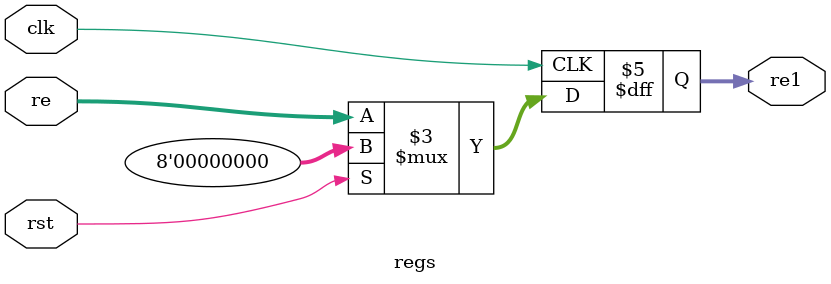
<source format=v>


module process (
	opcode,
	data,
	clk,
	rst,
	fout);

	input [9:0]opcode;
	input [7:0]data;
	input clk,rst;
	output [7:0]fout;
	wire [7:0]r1,r2,r3,r4,a1,aout,bout,r11,r22,r33,r44;
	wire [2:0]s,d;
	wire [3:0]alf,de;
	wire g;

	control con(opcode,clk,alf,de,s,d,g);
	muxl mu1(r11,r22,r33,r44,data,s,clk,a1);
	alu al1(r1,a1,alf,clk,g,aout);
	bus bu1(aout,clk,bout);
	demux dd1(bout,d,clk,r1,r2,r3,r4);
	regs reg1(r1,rst,clk,r11);
	regs reg2(r2,rst,clk,r22);
	regs reg3(r3,rst,clk,r33);
	regs reg4(r4,rst,clk,r44);

	assign fout=aout;

endmodule



//Submodule for control unit
module control ( 
	opcode,
	clk,
	alufn,
	dd,
	sou,
	des,
	r);

	input [15:0]opcode;
	input clk;
	output reg[2:0]alufn,dd;
	output reg[2:0]sou,des;
	output reg r;
	always@(posedge clk)
	begin
		dd=opcode[15:12];
		sou=opcode[5:3];
		des=opcode[2:0];
		case(dd)

			0:begin
				r=1'b1;
				alufn=4'b0000;
			end

			1:begin
				r=1'b0;
				alufn=4'b0000;
			end

			2:begin
				r=1'b0;
				alufn=4'b0001;
			end

			3:begin
				r=1'b0;
				alufn=4'b0010;
			end

			4:begin
				r=1'b0;
				alufn=4'b0011;
			end

			5:begin
				r=1'b0;
				alufn=4'b0100;
			end

			6:begin
				r=1'b0;
				alufn=4'b0101;
			end

			7:begin
				r=1'b0;
				alufn=4'b0110;
			end

			8:begin
				r=1'b0;
				alufn=4'b0111;
			end	

			9:begin
				r=1'b0;
				alufn=4'b1000;
			end

			10:begin
				r=1'b0;
				alufn=4'b1001;
			end

			11:begin
				r=1'b0;
				alufn=4'b1010;
			end

			12:begin
				r=1'b0;
				alufn=4'b1011;
			end

		endcase

	end
endmodule





//Main module for Arithmetic and Logic Unit
module alu (
	a,
	b,
	ch,
	clk,
	rst,
	out);

	input [7:0]a,b;
	input clk,rst;
	input[2:0]ch;
	output [7:0]out;
	reg [7:0]out;
	wire [7:0]q;
//	div8 s1(a,b,q);
	always@(posedge clk)
	begin
		if(rst)
		begin
			out=8'b0;
		end
		else if(!rst)
		begin
			case(ch)
				0 : out=a+b;
				2 : out=a-b;
//				2 : out=a*b;
//				3 : out=q;
//				4 : out=~a;
				4 : out=a&b;
				5: out=a|b;
//				7 : out=a^b;
//				8 : out=b<<1;
//				9 : out=b>>1;		
//				10 : out={b[0],b[7:1]};
//				11 : out={b[6:0],b[7]};
			endcase
		end
	end
endmodule







//Sub module for CAS
module cas1 (
	a,
	b,
	c,
	diff,
	brow);

	input a,b,c;
	output diff,brow;

	assign diff=a^b^c;
	assign brow=((~a)&b)|(b&c)|((~a)&c);

endmodule




//Main module for demux
module demux ( 
	busout,
	des,
	clk,
	rea,
	reb,
	rec,
	red);

	input [7:0]busout;
	input clk;
	input[2:0]des;
	output reg[7:0]rea,reb,rec,red;

	always@(posedge clk)
	begin
		case(des)
			0:begin
				rea=8'b0;
				reb=8'b0;
				rec=8'b0;
				red=8'b0;
			end
			1:rea=busout;
			2:reb=busout;
			3:rec=busout;
			4:red=busout;
		endcase
	end
endmodule





//Main module for MUX
module muxl ( 
	rea1,
	reb1,
	rec1,
	red1,
	exin,
	sou,
	clk,
	alin);

	input [7:0]rea1,reb1,rec1,red1,exin;
	input[2:0]sou;
	input clk;
	output reg [7:0]alin;

	always@(posedge clk)
	begin
		case(sou)
			0:alin=8'b0;
			1:alin=rea1;
			2:alin=reb1;
			3:alin=rec1;	
			4:alin=red1;
			5:alin=exin;
		endcase
	end
endmodule





//Main module for bus
module bus ( 
	aluout,
	clk,
	buout);

	input[7:0]aluout;
	input clk;
	output[7:0]buout;
	reg [7:0]buout;

	always@(posedge clk)
	begin
		buout=aluout;
	end
endmodule





//Main module for reg
module regs ( 
	re,
	rst,
	clk,
	re1);

	input [7:0]re;
	input rst,clk;
	output [7:0]re1;
	reg [7:0]re1;

	always@(posedge clk)
	begin
		if(rst)
		begin
			re1=8'b0;
		end
		else
		begin
			re1=re;
		end
	end
endmodule

</source>
